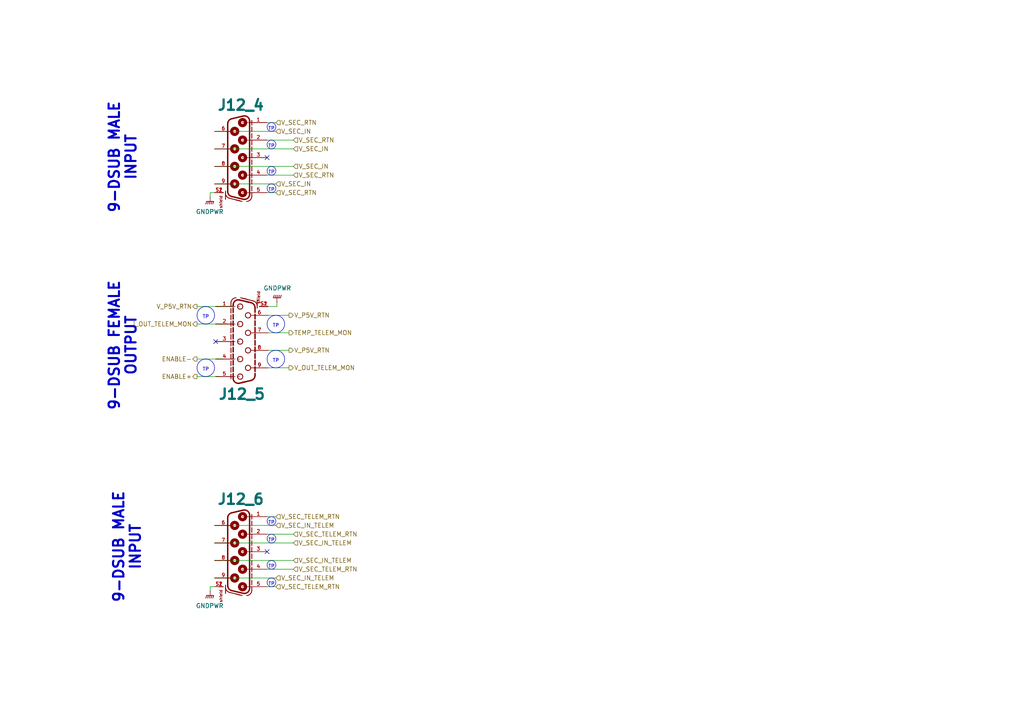
<source format=kicad_sch>
(kicad_sch
	(version 20250114)
	(generator "eeschema")
	(generator_version "9.0")
	(uuid "6c9f641b-89d7-40cb-b111-77fcec1ca744")
	(paper "A4")
	(lib_symbols
		(symbol "Wurth Elektronik:6180XX231121_618009231121"
			(pin_names
				(offset 1.016)
			)
			(exclude_from_sim no)
			(in_bom yes)
			(on_board yes)
			(property "Reference" "J"
				(at 13.78 1.66 0)
				(effects
					(font
						(size 1.27 1.27)
					)
					(justify left bottom)
				)
			)
			(property "Value" "618009231121"
				(at 0 0 0)
				(effects
					(font
						(size 1.27 1.27)
					)
					(justify bottom)
					(hide yes)
				)
			)
			(property "Footprint" "6180XX231121_618009231121:618009231121"
				(at 0 0 0)
				(effects
					(font
						(size 1.27 1.27)
					)
					(justify bottom)
					(hide yes)
				)
			)
			(property "Datasheet" ""
				(at 0 0 0)
				(effects
					(font
						(size 1.27 1.27)
					)
					(hide yes)
				)
			)
			(property "Description" ""
				(at 0 0 0)
				(effects
					(font
						(size 1.27 1.27)
					)
					(hide yes)
				)
			)
			(property "MF" "Würth Elektronik"
				(at 0 0 0)
				(effects
					(font
						(size 1.27 1.27)
					)
					(justify bottom)
					(hide yes)
				)
			)
			(property "Description_1" "\nSOCKET, D SUB, PCB, R/A, 9WAY; No. of Contacts:9Contacts; Gender:Receptacle; Contact Termination Type:Solder; D Sub Shell Size:DE; Product Range:WR-DSUB Series; Connector Body Material:Steel Body; Contact Material:Copper Alloy; Contact Plating:Gold Plated Contacts; SVHC:Lead (15-Jan-2019); Connector Mounting:Through Hole Mount Right Angle; Contact Termination:Solder; D Sub Connector Type:Standard; No. of Mating Cycles:50\n"
				(at 0 0 0)
				(effects
					(font
						(size 1.27 1.27)
					)
					(justify bottom)
					(hide yes)
				)
			)
			(property "Package" "None"
				(at 0 0 0)
				(effects
					(font
						(size 1.27 1.27)
					)
					(justify bottom)
					(hide yes)
				)
			)
			(property "Purchase-URL" "https://www.snapeda.com/api/url_track_click_mouser/?unipart_id=1118240&manufacturer=Würth Elektronik&part_name=618009231121&search_term=618009231121"
				(at 0 0 0)
				(effects
					(font
						(size 1.27 1.27)
					)
					(justify bottom)
					(hide yes)
				)
			)
			(property "GENDER" "Female"
				(at 0 0 0)
				(effects
					(font
						(size 1.27 1.27)
					)
					(justify bottom)
					(hide yes)
				)
			)
			(property "Price" "None"
				(at 0 0 0)
				(effects
					(font
						(size 1.27 1.27)
					)
					(justify bottom)
					(hide yes)
				)
			)
			(property "PART-NUMBER" "618009231121"
				(at 0 0 0)
				(effects
					(font
						(size 1.27 1.27)
					)
					(justify bottom)
					(hide yes)
				)
			)
			(property "SnapEDA_Link" "https://www.snapeda.com/parts/618009231121/Wurth+Elektronik/view-part/?ref=snap"
				(at 0 0 0)
				(effects
					(font
						(size 1.27 1.27)
					)
					(justify bottom)
					(hide yes)
				)
			)
			(property "DATASHEET-URL" "https://www.we-online.com/redexpert/spec/618009231121?ae"
				(at 0 0 0)
				(effects
					(font
						(size 1.27 1.27)
					)
					(justify bottom)
					(hide yes)
				)
			)
			(property "MP" "618009231121"
				(at 0 0 0)
				(effects
					(font
						(size 1.27 1.27)
					)
					(justify bottom)
					(hide yes)
				)
			)
			(property "WORKING-VOLTAGE" "125 V(AC)"
				(at 0 0 0)
				(effects
					(font
						(size 1.27 1.27)
					)
					(justify bottom)
					(hide yes)
				)
			)
			(property "PINS" "9"
				(at 0 0 0)
				(effects
					(font
						(size 1.27 1.27)
					)
					(justify bottom)
					(hide yes)
				)
			)
			(property "WE-NUMBER" "618009231121"
				(at 0 0 0)
				(effects
					(font
						(size 1.27 1.27)
					)
					(justify bottom)
					(hide yes)
				)
			)
			(property "TYPE" "Angled"
				(at 0 0 0)
				(effects
					(font
						(size 1.27 1.27)
					)
					(justify bottom)
					(hide yes)
				)
			)
			(property "Availability" "In Stock"
				(at 0 0 0)
				(effects
					(font
						(size 1.27 1.27)
					)
					(justify bottom)
					(hide yes)
				)
			)
			(property "Check_prices" "https://www.snapeda.com/parts/618009231121/Wurth+Elektronik/view-part/?ref=eda"
				(at 0 0 0)
				(effects
					(font
						(size 1.27 1.27)
					)
					(justify bottom)
					(hide yes)
				)
			)
			(symbol "6180XX231121_618009231121_0_0"
				(polyline
					(pts
						(xy -11.7108 -0.8009) (xy -12.0642 0.6952)
					)
					(stroke
						(width 0.4064)
						(type default)
					)
					(fill
						(type none)
					)
				)
				(polyline
					(pts
						(xy -11.2729 -2.6548) (xy -11.9182 0.0772)
					)
					(stroke
						(width 0.4064)
						(type default)
					)
					(fill
						(type none)
					)
				)
				(polyline
					(pts
						(xy -10.795 3.175) (xy -9.4305 3.175)
					)
					(stroke
						(width 0.254)
						(type default)
					)
					(fill
						(type none)
					)
				)
				(polyline
					(pts
						(xy -10.6044 2.54) (xy -9.3113 2.54)
					)
					(stroke
						(width 0.4064)
						(type default)
					)
					(fill
						(type none)
					)
				)
				(arc
					(start -12.0642 0.6952)
					(mid -11.7806 1.9708)
					(end -10.6044 2.54)
					(stroke
						(width 0.4064)
						(type default)
					)
					(fill
						(type none)
					)
				)
				(polyline
					(pts
						(xy -10.16 2.58) (xy -10.16 1.935)
					)
					(stroke
						(width 0.1524)
						(type default)
					)
					(fill
						(type none)
					)
				)
				(polyline
					(pts
						(xy -10.16 0.675) (xy -10.16 1.3)
					)
					(stroke
						(width 0.1524)
						(type default)
					)
					(fill
						(type none)
					)
				)
				(circle
					(center -10.16 0.508)
					(radius 0.762)
					(stroke
						(width 0.254)
						(type default)
					)
					(fill
						(type none)
					)
				)
				(arc
					(start -9.8131 -3.81)
					(mid -10.7439 -3.4862)
					(end -11.2729 -2.6548)
					(stroke
						(width 0.4064)
						(type default)
					)
					(fill
						(type none)
					)
				)
				(polyline
					(pts
						(xy -9.237 -3.81) (xy -9.8131 -3.81)
					)
					(stroke
						(width 0.4064)
						(type default)
					)
					(fill
						(type none)
					)
				)
				(polyline
					(pts
						(xy -8.89 3.175) (xy -7.5255 3.175)
					)
					(stroke
						(width 0.254)
						(type default)
					)
					(fill
						(type none)
					)
				)
				(polyline
					(pts
						(xy -8.6994 2.54) (xy -7.4063 2.54)
					)
					(stroke
						(width 0.4064)
						(type default)
					)
					(fill
						(type none)
					)
				)
				(circle
					(center -7.62 -1.778)
					(radius 0.762)
					(stroke
						(width 0.254)
						(type default)
					)
					(fill
						(type none)
					)
				)
				(polyline
					(pts
						(xy -7.332 -3.81) (xy -8.6596 -3.81)
					)
					(stroke
						(width 0.4064)
						(type default)
					)
					(fill
						(type none)
					)
				)
				(polyline
					(pts
						(xy -6.985 3.175) (xy -5.6205 3.175)
					)
					(stroke
						(width 0.254)
						(type default)
					)
					(fill
						(type none)
					)
				)
				(polyline
					(pts
						(xy -6.7944 2.54) (xy -5.5013 2.54)
					)
					(stroke
						(width 0.4064)
						(type default)
					)
					(fill
						(type none)
					)
				)
				(polyline
					(pts
						(xy -5.427 -3.81) (xy -6.7546 -3.81)
					)
					(stroke
						(width 0.4064)
						(type default)
					)
					(fill
						(type none)
					)
				)
				(polyline
					(pts
						(xy -5.08 3.175) (xy -3.7155 3.175)
					)
					(stroke
						(width 0.254)
						(type default)
					)
					(fill
						(type none)
					)
				)
				(polyline
					(pts
						(xy -5.08 2.58) (xy -5.08 1.935)
					)
					(stroke
						(width 0.1524)
						(type default)
					)
					(fill
						(type none)
					)
				)
				(polyline
					(pts
						(xy -5.08 0.675) (xy -5.08 1.3)
					)
					(stroke
						(width 0.1524)
						(type default)
					)
					(fill
						(type none)
					)
				)
				(circle
					(center -5.08 0.508)
					(radius 0.762)
					(stroke
						(width 0.254)
						(type default)
					)
					(fill
						(type none)
					)
				)
				(polyline
					(pts
						(xy -4.8894 2.54) (xy -3.5963 2.54)
					)
					(stroke
						(width 0.4064)
						(type default)
					)
					(fill
						(type none)
					)
				)
				(polyline
					(pts
						(xy -3.522 -3.81) (xy -4.8496 -3.81)
					)
					(stroke
						(width 0.4064)
						(type default)
					)
					(fill
						(type none)
					)
				)
				(polyline
					(pts
						(xy -3.175 3.175) (xy -1.8105 3.175)
					)
					(stroke
						(width 0.254)
						(type default)
					)
					(fill
						(type none)
					)
				)
				(polyline
					(pts
						(xy -2.9844 2.54) (xy -1.6913 2.54)
					)
					(stroke
						(width 0.4064)
						(type default)
					)
					(fill
						(type none)
					)
				)
				(circle
					(center -2.54 -1.778)
					(radius 0.762)
					(stroke
						(width 0.254)
						(type default)
					)
					(fill
						(type none)
					)
				)
				(polyline
					(pts
						(xy -1.617 -3.81) (xy -2.9446 -3.81)
					)
					(stroke
						(width 0.4064)
						(type default)
					)
					(fill
						(type none)
					)
				)
				(polyline
					(pts
						(xy -1.27 3.175) (xy 0.0945 3.175)
					)
					(stroke
						(width 0.254)
						(type default)
					)
					(fill
						(type none)
					)
				)
				(polyline
					(pts
						(xy -1.0794 2.54) (xy 0.2137 2.54)
					)
					(stroke
						(width 0.4064)
						(type default)
					)
					(fill
						(type none)
					)
				)
				(polyline
					(pts
						(xy 0 2.58) (xy 0 1.935)
					)
					(stroke
						(width 0.1524)
						(type default)
					)
					(fill
						(type none)
					)
				)
				(polyline
					(pts
						(xy 0 0.675) (xy 0 1.3)
					)
					(stroke
						(width 0.1524)
						(type default)
					)
					(fill
						(type none)
					)
				)
				(circle
					(center 0 0.508)
					(radius 0.762)
					(stroke
						(width 0.254)
						(type default)
					)
					(fill
						(type none)
					)
				)
				(polyline
					(pts
						(xy 0.288 -3.81) (xy -1.0396 -3.81)
					)
					(stroke
						(width 0.4064)
						(type default)
					)
					(fill
						(type none)
					)
				)
				(polyline
					(pts
						(xy 0.635 3.175) (xy 1.9996 3.175)
					)
					(stroke
						(width 0.254)
						(type default)
					)
					(fill
						(type none)
					)
				)
				(polyline
					(pts
						(xy 0.8256 2.54) (xy 2.1187 2.54)
					)
					(stroke
						(width 0.4064)
						(type default)
					)
					(fill
						(type none)
					)
				)
				(polyline
					(pts
						(xy 2.1931 -3.81) (xy 0.8654 -3.81)
					)
					(stroke
						(width 0.4064)
						(type default)
					)
					(fill
						(type none)
					)
				)
				(polyline
					(pts
						(xy 2.54 3.175) (xy 3.9046 3.175)
					)
					(stroke
						(width 0.254)
						(type default)
					)
					(fill
						(type none)
					)
				)
				(circle
					(center 2.54 -1.778)
					(radius 0.762)
					(stroke
						(width 0.254)
						(type default)
					)
					(fill
						(type none)
					)
				)
				(polyline
					(pts
						(xy 2.7306 2.54) (xy 4.0237 2.54)
					)
					(stroke
						(width 0.4064)
						(type default)
					)
					(fill
						(type none)
					)
				)
				(polyline
					(pts
						(xy 4.0981 -3.81) (xy 2.7704 -3.81)
					)
					(stroke
						(width 0.4064)
						(type default)
					)
					(fill
						(type none)
					)
				)
				(polyline
					(pts
						(xy 4.445 3.175) (xy 5.8096 3.175)
					)
					(stroke
						(width 0.254)
						(type default)
					)
					(fill
						(type none)
					)
				)
				(polyline
					(pts
						(xy 4.6356 2.54) (xy 5.9287 2.54)
					)
					(stroke
						(width 0.4064)
						(type default)
					)
					(fill
						(type none)
					)
				)
				(polyline
					(pts
						(xy 5.08 2.58) (xy 5.08 1.935)
					)
					(stroke
						(width 0.1524)
						(type default)
					)
					(fill
						(type none)
					)
				)
				(polyline
					(pts
						(xy 5.08 0.675) (xy 5.08 1.3)
					)
					(stroke
						(width 0.1524)
						(type default)
					)
					(fill
						(type none)
					)
				)
				(circle
					(center 5.08 0.508)
					(radius 0.762)
					(stroke
						(width 0.254)
						(type default)
					)
					(fill
						(type none)
					)
				)
				(polyline
					(pts
						(xy 6.0031 -3.81) (xy 4.6754 -3.81)
					)
					(stroke
						(width 0.4064)
						(type default)
					)
					(fill
						(type none)
					)
				)
				(polyline
					(pts
						(xy 6.35 3.175) (xy 7.7146 3.175)
					)
					(stroke
						(width 0.254)
						(type default)
					)
					(fill
						(type none)
					)
				)
				(polyline
					(pts
						(xy 6.5406 2.54) (xy 7.8337 2.54)
					)
					(stroke
						(width 0.4064)
						(type default)
					)
					(fill
						(type none)
					)
				)
				(circle
					(center 7.62 -1.778)
					(radius 0.762)
					(stroke
						(width 0.254)
						(type default)
					)
					(fill
						(type none)
					)
				)
				(polyline
					(pts
						(xy 7.9081 -3.81) (xy 6.5804 -3.81)
					)
					(stroke
						(width 0.4064)
						(type default)
					)
					(fill
						(type none)
					)
				)
				(polyline
					(pts
						(xy 8.255 3.175) (xy 9.6196 3.175)
					)
					(stroke
						(width 0.254)
						(type default)
					)
					(fill
						(type none)
					)
				)
				(polyline
					(pts
						(xy 8.4456 2.54) (xy 9.7387 2.54)
					)
					(stroke
						(width 0.4064)
						(type default)
					)
					(fill
						(type none)
					)
				)
				(arc
					(start 11.2729 -2.6548)
					(mid 10.7439 -3.4863)
					(end 9.8131 -3.81)
					(stroke
						(width 0.4064)
						(type default)
					)
					(fill
						(type none)
					)
				)
				(polyline
					(pts
						(xy 9.8131 -3.81) (xy 8.4854 -3.81)
					)
					(stroke
						(width 0.4064)
						(type default)
					)
					(fill
						(type none)
					)
				)
				(polyline
					(pts
						(xy 10.16 3.175) (xy 11.2 3.175)
					)
					(stroke
						(width 0.254)
						(type default)
					)
					(fill
						(type none)
					)
				)
				(polyline
					(pts
						(xy 10.16 2.58) (xy 10.16 1.935)
					)
					(stroke
						(width 0.1524)
						(type default)
					)
					(fill
						(type none)
					)
				)
				(polyline
					(pts
						(xy 10.16 0.675) (xy 10.16 1.3)
					)
					(stroke
						(width 0.1524)
						(type default)
					)
					(fill
						(type none)
					)
				)
				(circle
					(center 10.16 0.508)
					(radius 0.762)
					(stroke
						(width 0.254)
						(type default)
					)
					(fill
						(type none)
					)
				)
				(polyline
					(pts
						(xy 10.16 -4.445) (xy 10.16 -4.445)
					)
					(stroke
						(width 0.254)
						(type default)
					)
					(fill
						(type none)
					)
				)
				(polyline
					(pts
						(xy 10.16 -6.35) (xy 10.16 -5.08)
					)
					(stroke
						(width 0.254)
						(type default)
					)
					(fill
						(type none)
					)
				)
				(polyline
					(pts
						(xy 10.2 -4.44) (xy 9.6938 -4.44)
					)
					(stroke
						(width 0.254)
						(type default)
					)
					(fill
						(type none)
					)
				)
				(arc
					(start 11.7841 -3.3038)
					(mid 11.2519 -4.1219)
					(end 10.3288 -4.44)
					(stroke
						(width 0.254)
						(type default)
					)
					(fill
						(type none)
					)
				)
				(polyline
					(pts
						(xy 10.3506 2.54) (xy 10.6044 2.54)
					)
					(stroke
						(width 0.4064)
						(type default)
					)
					(fill
						(type none)
					)
				)
				(arc
					(start 10.6044 2.54)
					(mid 11.7804 1.9707)
					(end 12.0642 0.6952)
					(stroke
						(width 0.4064)
						(type default)
					)
					(fill
						(type none)
					)
				)
				(arc
					(start 11.2 3.175)
					(mid 12.2607 2.7357)
					(end 12.7 1.675)
					(stroke
						(width 0.254)
						(type default)
					)
					(fill
						(type none)
					)
				)
				(polyline
					(pts
						(xy 11.6263 -1.1588) (xy 11.2729 -2.6548)
					)
					(stroke
						(width 0.4064)
						(type default)
					)
					(fill
						(type none)
					)
				)
				(polyline
					(pts
						(xy 11.7841 -3.3038) (xy 12.546 -0.256)
					)
					(stroke
						(width 0.254)
						(type default)
					)
					(fill
						(type none)
					)
				)
				(polyline
					(pts
						(xy 12.0642 0.6952) (xy 11.4189 -2.0369)
					)
					(stroke
						(width 0.4064)
						(type default)
					)
					(fill
						(type none)
					)
				)
				(polyline
					(pts
						(xy 12.105 -4.44) (xy 10.3288 -4.44)
					)
					(stroke
						(width 0.254)
						(type default)
					)
					(fill
						(type none)
					)
				)
				(polyline
					(pts
						(xy 12.2461 -1.4557) (xy 12.7 0.36)
					)
					(stroke
						(width 0.254)
						(type default)
					)
					(fill
						(type none)
					)
				)
				(text "shield"
					(at 10.9 -5.32 0)
					(effects
						(font
							(size 0.8128 0.8128)
						)
						(justify left bottom)
					)
				)
				(pin bidirectional line
					(at -10.16 7.62 270)
					(length 5.08)
					(name "~"
						(effects
							(font
								(size 1.016 1.016)
							)
						)
					)
					(number "5"
						(effects
							(font
								(size 1.016 1.016)
							)
						)
					)
				)
				(pin bidirectional line
					(at -7.62 -7.62 90)
					(length 5.08)
					(name "~"
						(effects
							(font
								(size 1.016 1.016)
							)
						)
					)
					(number "9"
						(effects
							(font
								(size 1.016 1.016)
							)
						)
					)
				)
				(pin bidirectional line
					(at -5.08 7.62 270)
					(length 5.08)
					(name "~"
						(effects
							(font
								(size 1.016 1.016)
							)
						)
					)
					(number "4"
						(effects
							(font
								(size 1.016 1.016)
							)
						)
					)
				)
				(pin bidirectional line
					(at -2.54 -7.62 90)
					(length 5.08)
					(name "~"
						(effects
							(font
								(size 1.016 1.016)
							)
						)
					)
					(number "8"
						(effects
							(font
								(size 1.016 1.016)
							)
						)
					)
				)
				(pin bidirectional line
					(at 0 7.62 270)
					(length 5.08)
					(name "~"
						(effects
							(font
								(size 1.016 1.016)
							)
						)
					)
					(number "3"
						(effects
							(font
								(size 1.016 1.016)
							)
						)
					)
				)
				(pin bidirectional line
					(at 2.54 -7.62 90)
					(length 5.08)
					(name "~"
						(effects
							(font
								(size 1.016 1.016)
							)
						)
					)
					(number "7"
						(effects
							(font
								(size 1.016 1.016)
							)
						)
					)
				)
				(pin bidirectional line
					(at 5.08 7.62 270)
					(length 5.08)
					(name "~"
						(effects
							(font
								(size 1.016 1.016)
							)
						)
					)
					(number "2"
						(effects
							(font
								(size 1.016 1.016)
							)
						)
					)
				)
				(pin bidirectional line
					(at 7.62 -7.62 90)
					(length 5.08)
					(name "~"
						(effects
							(font
								(size 1.016 1.016)
							)
						)
					)
					(number "6"
						(effects
							(font
								(size 1.016 1.016)
							)
						)
					)
				)
				(pin bidirectional line
					(at 10.16 7.62 270)
					(length 5.08)
					(name "~"
						(effects
							(font
								(size 1.016 1.016)
							)
						)
					)
					(number "1"
						(effects
							(font
								(size 1.016 1.016)
							)
						)
					)
				)
				(pin bidirectional line
					(at 10.16 -7.62 90)
					(length 2.54)
					(name "~"
						(effects
							(font
								(size 1.016 1.016)
							)
						)
					)
					(number "S1"
						(effects
							(font
								(size 1.016 1.016)
							)
						)
					)
				)
				(pin bidirectional line
					(at 10.16 -7.62 90)
					(length 2.54)
					(name "~"
						(effects
							(font
								(size 1.016 1.016)
							)
						)
					)
					(number "S2"
						(effects
							(font
								(size 1.016 1.016)
							)
						)
					)
				)
			)
			(embedded_fonts no)
		)
		(symbol "Wurth_Elektronik:6180XX231221_618009231221"
			(pin_names
				(offset 1.016)
			)
			(exclude_from_sim no)
			(in_bom yes)
			(on_board yes)
			(property "Reference" "J"
				(at 13.78 1.66 0)
				(effects
					(font
						(size 1.27 1.27)
					)
					(justify left bottom)
				)
			)
			(property "Value" "618009231221"
				(at 0 0 0)
				(effects
					(font
						(size 1.27 1.27)
					)
					(justify bottom)
					(hide yes)
				)
			)
			(property "Footprint" "Wurth_Elektronik:618009231221"
				(at 0 0 0)
				(effects
					(font
						(size 1.27 1.27)
					)
					(justify bottom)
					(hide yes)
				)
			)
			(property "Datasheet" "https://www.we-online.com/components/products/datasheet/618009231221.pdf"
				(at 0 0 0)
				(effects
					(font
						(size 1.27 1.27)
					)
					(hide yes)
				)
			)
			(property "Description" "CONN D-SUB PLUG 9POS R/A SOLDER"
				(at 0 0 0)
				(effects
					(font
						(size 1.27 1.27)
					)
					(hide yes)
				)
			)
			(property "Manufacturer" "Wurth Electronics"
				(at 0 0 0)
				(effects
					(font
						(size 1.27 1.27)
					)
					(justify bottom)
					(hide yes)
				)
			)
			(property "Description_1" "09 pins, right angled, 8.08mm, with hex screw"
				(at 0 0 0)
				(effects
					(font
						(size 1.27 1.27)
					)
					(justify bottom)
					(hide yes)
				)
			)
			(property "Package" "None"
				(at 0 0 0)
				(effects
					(font
						(size 1.27 1.27)
					)
					(justify bottom)
					(hide yes)
				)
			)
			(property "Purchase-URL" "https://www.snapeda.com/api/url_track_click_mouser/?unipart_id=604355&manufacturer=Wurth Electronics&part_name=618009231221&search_term=618009231221"
				(at 0 0 0)
				(effects
					(font
						(size 1.27 1.27)
					)
					(justify bottom)
					(hide yes)
				)
			)
			(property "GENDER" "Male"
				(at 0 0 0)
				(effects
					(font
						(size 1.27 1.27)
					)
					(justify bottom)
					(hide yes)
				)
			)
			(property "Price" "None"
				(at 0 0 0)
				(effects
					(font
						(size 1.27 1.27)
					)
					(justify bottom)
					(hide yes)
				)
			)
			(property "PART-NUMBER" "618009231221"
				(at 0 0 0)
				(effects
					(font
						(size 1.27 1.27)
					)
					(justify bottom)
					(hide yes)
				)
			)
			(property "SnapEDA_Link" "https://www.snapeda.com/parts/618009231221/Wurth+Electronics/view-part/?ref=snap"
				(at 0 0 0)
				(effects
					(font
						(size 1.27 1.27)
					)
					(justify bottom)
					(hide yes)
				)
			)
			(property "DATASHEET-URL" "https://www.we-online.com/redexpert/spec/618009231221?ae"
				(at 0 0 0)
				(effects
					(font
						(size 1.27 1.27)
					)
					(justify bottom)
					(hide yes)
				)
			)
			(property "Man. Part Num" "618009231221"
				(at 0 0 0)
				(effects
					(font
						(size 1.27 1.27)
					)
					(justify bottom)
					(hide yes)
				)
			)
			(property "WORKING-VOLTAGE" "125 V(AC)"
				(at 0 0 0)
				(effects
					(font
						(size 1.27 1.27)
					)
					(justify bottom)
					(hide yes)
				)
			)
			(property "PINS" "9"
				(at 0 0 0)
				(effects
					(font
						(size 1.27 1.27)
					)
					(justify bottom)
					(hide yes)
				)
			)
			(property "WE-NUMBER" "618009231221"
				(at 0 0 0)
				(effects
					(font
						(size 1.27 1.27)
					)
					(justify bottom)
					(hide yes)
				)
			)
			(property "TYPE" "Angled"
				(at 0 0 0)
				(effects
					(font
						(size 1.27 1.27)
					)
					(justify bottom)
					(hide yes)
				)
			)
			(property "Availability" "In Stock"
				(at 0 0 0)
				(effects
					(font
						(size 1.27 1.27)
					)
					(justify bottom)
					(hide yes)
				)
			)
			(property "Check_prices" "https://www.snapeda.com/parts/618009231221/Wurth+Electronics/view-part/?ref=eda"
				(at 0 0 0)
				(effects
					(font
						(size 1.27 1.27)
					)
					(justify bottom)
					(hide yes)
				)
			)
			(property "Distributor" "Digi-Key"
				(at 0 0 0)
				(effects
					(font
						(size 1.27 1.27)
					)
					(hide yes)
				)
			)
			(property "Dist. Part Num" "732-618009231221-ND"
				(at 0 0 0)
				(effects
					(font
						(size 1.27 1.27)
					)
					(hide yes)
				)
			)
			(property "Part Type" "Through Hole"
				(at 0 0 0)
				(effects
					(font
						(size 1.27 1.27)
					)
					(hide yes)
				)
			)
			(property "Notes" ""
				(at 0 0 0)
				(effects
					(font
						(size 1.27 1.27)
					)
					(hide yes)
				)
			)
			(symbol "6180XX231221_618009231221_0_0"
				(polyline
					(pts
						(xy -11.2729 -2.6548) (xy -12.0642 0.6952)
					)
					(stroke
						(width 0.4064)
						(type default)
					)
					(fill
						(type none)
					)
				)
				(polyline
					(pts
						(xy -10.795 3.175) (xy -9.4305 3.175)
					)
					(stroke
						(width 0.254)
						(type default)
					)
					(fill
						(type none)
					)
				)
				(polyline
					(pts
						(xy -10.6044 2.54) (xy 10.6044 2.54)
					)
					(stroke
						(width 0.4064)
						(type default)
					)
					(fill
						(type none)
					)
				)
				(arc
					(start -12.0642 0.6952)
					(mid -11.7806 1.9708)
					(end -10.6044 2.54)
					(stroke
						(width 0.4064)
						(type default)
					)
					(fill
						(type none)
					)
				)
				(polyline
					(pts
						(xy -10.16 2.58) (xy -10.16 0.4)
					)
					(stroke
						(width 0.1524)
						(type default)
					)
					(fill
						(type none)
					)
				)
				(circle
					(center -10.16 0.508)
					(radius 0.4318)
					(stroke
						(width 0.9144)
						(type default)
					)
					(fill
						(type none)
					)
				)
				(circle
					(center -10.16 0.508)
					(radius 0.762)
					(stroke
						(width 0.254)
						(type default)
					)
					(fill
						(type none)
					)
				)
				(arc
					(start -9.8131 -3.81)
					(mid -10.7439 -3.4862)
					(end -11.2729 -2.6548)
					(stroke
						(width 0.4064)
						(type default)
					)
					(fill
						(type none)
					)
				)
				(polyline
					(pts
						(xy -8.89 3.175) (xy -7.5255 3.175)
					)
					(stroke
						(width 0.254)
						(type default)
					)
					(fill
						(type none)
					)
				)
				(circle
					(center -7.62 -1.778)
					(radius 0.4318)
					(stroke
						(width 0.9144)
						(type default)
					)
					(fill
						(type none)
					)
				)
				(circle
					(center -7.62 -1.778)
					(radius 0.762)
					(stroke
						(width 0.254)
						(type default)
					)
					(fill
						(type none)
					)
				)
				(polyline
					(pts
						(xy -6.985 3.175) (xy -5.6205 3.175)
					)
					(stroke
						(width 0.254)
						(type default)
					)
					(fill
						(type none)
					)
				)
				(polyline
					(pts
						(xy -5.08 3.175) (xy -3.7155 3.175)
					)
					(stroke
						(width 0.254)
						(type default)
					)
					(fill
						(type none)
					)
				)
				(polyline
					(pts
						(xy -5.08 2.58) (xy -5.08 0.4)
					)
					(stroke
						(width 0.1524)
						(type default)
					)
					(fill
						(type none)
					)
				)
				(circle
					(center -5.08 0.508)
					(radius 0.4318)
					(stroke
						(width 0.9144)
						(type default)
					)
					(fill
						(type none)
					)
				)
				(circle
					(center -5.08 0.508)
					(radius 0.762)
					(stroke
						(width 0.254)
						(type default)
					)
					(fill
						(type none)
					)
				)
				(polyline
					(pts
						(xy -3.175 3.175) (xy -1.8105 3.175)
					)
					(stroke
						(width 0.254)
						(type default)
					)
					(fill
						(type none)
					)
				)
				(circle
					(center -2.54 -1.778)
					(radius 0.4318)
					(stroke
						(width 0.9144)
						(type default)
					)
					(fill
						(type none)
					)
				)
				(circle
					(center -2.54 -1.778)
					(radius 0.762)
					(stroke
						(width 0.254)
						(type default)
					)
					(fill
						(type none)
					)
				)
				(polyline
					(pts
						(xy -1.27 3.175) (xy 0.0945 3.175)
					)
					(stroke
						(width 0.254)
						(type default)
					)
					(fill
						(type none)
					)
				)
				(polyline
					(pts
						(xy 0 2.58) (xy 0 0.4)
					)
					(stroke
						(width 0.1524)
						(type default)
					)
					(fill
						(type none)
					)
				)
				(circle
					(center 0 0.508)
					(radius 0.4318)
					(stroke
						(width 0.9144)
						(type default)
					)
					(fill
						(type none)
					)
				)
				(circle
					(center 0 0.508)
					(radius 0.762)
					(stroke
						(width 0.254)
						(type default)
					)
					(fill
						(type none)
					)
				)
				(polyline
					(pts
						(xy 0.635 3.175) (xy 1.9996 3.175)
					)
					(stroke
						(width 0.254)
						(type default)
					)
					(fill
						(type none)
					)
				)
				(polyline
					(pts
						(xy 2.54 3.175) (xy 3.9046 3.175)
					)
					(stroke
						(width 0.254)
						(type default)
					)
					(fill
						(type none)
					)
				)
				(circle
					(center 2.54 -1.778)
					(radius 0.4318)
					(stroke
						(width 0.9144)
						(type default)
					)
					(fill
						(type none)
					)
				)
				(circle
					(center 2.54 -1.778)
					(radius 0.762)
					(stroke
						(width 0.254)
						(type default)
					)
					(fill
						(type none)
					)
				)
				(polyline
					(pts
						(xy 4.445 3.175) (xy 5.8096 3.175)
					)
					(stroke
						(width 0.254)
						(type default)
					)
					(fill
						(type none)
					)
				)
				(polyline
					(pts
						(xy 5.08 2.58) (xy 5.08 0.4)
					)
					(stroke
						(width 0.1524)
						(type default)
					)
					(fill
						(type none)
					)
				)
				(circle
					(center 5.08 0.508)
					(radius 0.4318)
					(stroke
						(width 0.9144)
						(type default)
					)
					(fill
						(type none)
					)
				)
				(circle
					(center 5.08 0.508)
					(radius 0.762)
					(stroke
						(width 0.254)
						(type default)
					)
					(fill
						(type none)
					)
				)
				(polyline
					(pts
						(xy 6.35 3.175) (xy 7.7146 3.175)
					)
					(stroke
						(width 0.254)
						(type default)
					)
					(fill
						(type none)
					)
				)
				(circle
					(center 7.62 -1.778)
					(radius 0.4318)
					(stroke
						(width 0.9144)
						(type default)
					)
					(fill
						(type none)
					)
				)
				(circle
					(center 7.62 -1.778)
					(radius 0.762)
					(stroke
						(width 0.254)
						(type default)
					)
					(fill
						(type none)
					)
				)
				(polyline
					(pts
						(xy 8.255 3.175) (xy 9.6196 3.175)
					)
					(stroke
						(width 0.254)
						(type default)
					)
					(fill
						(type none)
					)
				)
				(arc
					(start 11.2729 -2.6548)
					(mid 10.7439 -3.4863)
					(end 9.8131 -3.81)
					(stroke
						(width 0.4064)
						(type default)
					)
					(fill
						(type none)
					)
				)
				(polyline
					(pts
						(xy 9.8131 -3.81) (xy -9.8131 -3.81)
					)
					(stroke
						(width 0.4064)
						(type default)
					)
					(fill
						(type none)
					)
				)
				(polyline
					(pts
						(xy 10.16 3.175) (xy 11.2 3.175)
					)
					(stroke
						(width 0.254)
						(type default)
					)
					(fill
						(type none)
					)
				)
				(polyline
					(pts
						(xy 10.16 2.58) (xy 10.16 0.4)
					)
					(stroke
						(width 0.1524)
						(type default)
					)
					(fill
						(type none)
					)
				)
				(circle
					(center 10.16 0.508)
					(radius 0.4318)
					(stroke
						(width 0.9144)
						(type default)
					)
					(fill
						(type none)
					)
				)
				(circle
					(center 10.16 0.508)
					(radius 0.762)
					(stroke
						(width 0.254)
						(type default)
					)
					(fill
						(type none)
					)
				)
				(polyline
					(pts
						(xy 10.16 -4.445) (xy 10.16 -4.445)
					)
					(stroke
						(width 0.254)
						(type default)
					)
					(fill
						(type none)
					)
				)
				(polyline
					(pts
						(xy 10.16 -6.35) (xy 10.16 -5.08)
					)
					(stroke
						(width 0.254)
						(type default)
					)
					(fill
						(type none)
					)
				)
				(polyline
					(pts
						(xy 10.2 -4.44) (xy 9.6938 -4.44)
					)
					(stroke
						(width 0.254)
						(type default)
					)
					(fill
						(type none)
					)
				)
				(arc
					(start 11.7841 -3.3038)
					(mid 11.2519 -4.1219)
					(end 10.3288 -4.44)
					(stroke
						(width 0.254)
						(type default)
					)
					(fill
						(type none)
					)
				)
				(arc
					(start 10.6044 2.54)
					(mid 11.7804 1.9707)
					(end 12.0642 0.6952)
					(stroke
						(width 0.4064)
						(type default)
					)
					(fill
						(type none)
					)
				)
				(arc
					(start 11.2 3.175)
					(mid 12.2607 2.7357)
					(end 12.7 1.675)
					(stroke
						(width 0.254)
						(type default)
					)
					(fill
						(type none)
					)
				)
				(polyline
					(pts
						(xy 11.7841 -3.3038) (xy 12.546 -0.256)
					)
					(stroke
						(width 0.254)
						(type default)
					)
					(fill
						(type none)
					)
				)
				(polyline
					(pts
						(xy 12.0642 0.6952) (xy 11.2729 -2.6548)
					)
					(stroke
						(width 0.4064)
						(type default)
					)
					(fill
						(type none)
					)
				)
				(polyline
					(pts
						(xy 12.105 -4.44) (xy 10.3288 -4.44)
					)
					(stroke
						(width 0.254)
						(type default)
					)
					(fill
						(type none)
					)
				)
				(polyline
					(pts
						(xy 12.2461 -1.4557) (xy 12.7 0.36)
					)
					(stroke
						(width 0.254)
						(type default)
					)
					(fill
						(type none)
					)
				)
				(text "shield"
					(at 10.9 -5.32 0)
					(effects
						(font
							(size 0.8128 0.8128)
						)
						(justify left bottom)
					)
				)
				(pin bidirectional line
					(at -10.16 7.62 270)
					(length 5.08)
					(name "~"
						(effects
							(font
								(size 1.016 1.016)
							)
						)
					)
					(number "1"
						(effects
							(font
								(size 1.016 1.016)
							)
						)
					)
				)
				(pin bidirectional line
					(at -7.62 -7.62 90)
					(length 5.08)
					(name "~"
						(effects
							(font
								(size 1.016 1.016)
							)
						)
					)
					(number "6"
						(effects
							(font
								(size 1.016 1.016)
							)
						)
					)
				)
				(pin bidirectional line
					(at -5.08 7.62 270)
					(length 5.08)
					(name "~"
						(effects
							(font
								(size 1.016 1.016)
							)
						)
					)
					(number "2"
						(effects
							(font
								(size 1.016 1.016)
							)
						)
					)
				)
				(pin bidirectional line
					(at -2.54 -7.62 90)
					(length 5.08)
					(name "~"
						(effects
							(font
								(size 1.016 1.016)
							)
						)
					)
					(number "7"
						(effects
							(font
								(size 1.016 1.016)
							)
						)
					)
				)
				(pin bidirectional line
					(at 0 7.62 270)
					(length 5.08)
					(name "~"
						(effects
							(font
								(size 1.016 1.016)
							)
						)
					)
					(number "3"
						(effects
							(font
								(size 1.016 1.016)
							)
						)
					)
				)
				(pin bidirectional line
					(at 2.54 -7.62 90)
					(length 5.08)
					(name "~"
						(effects
							(font
								(size 1.016 1.016)
							)
						)
					)
					(number "8"
						(effects
							(font
								(size 1.016 1.016)
							)
						)
					)
				)
				(pin bidirectional line
					(at 5.08 7.62 270)
					(length 5.08)
					(name "~"
						(effects
							(font
								(size 1.016 1.016)
							)
						)
					)
					(number "4"
						(effects
							(font
								(size 1.016 1.016)
							)
						)
					)
				)
				(pin bidirectional line
					(at 7.62 -7.62 90)
					(length 5.08)
					(name "~"
						(effects
							(font
								(size 1.016 1.016)
							)
						)
					)
					(number "9"
						(effects
							(font
								(size 1.016 1.016)
							)
						)
					)
				)
				(pin bidirectional line
					(at 10.16 7.62 270)
					(length 5.08)
					(name "~"
						(effects
							(font
								(size 1.016 1.016)
							)
						)
					)
					(number "5"
						(effects
							(font
								(size 1.016 1.016)
							)
						)
					)
				)
				(pin bidirectional line
					(at 10.16 -7.62 90)
					(length 2.54)
					(name "~"
						(effects
							(font
								(size 1.016 1.016)
							)
						)
					)
					(number "S1"
						(effects
							(font
								(size 1.016 1.016)
							)
						)
					)
				)
				(pin bidirectional line
					(at 10.16 -7.62 90)
					(length 2.54)
					(name "~"
						(effects
							(font
								(size 1.016 1.016)
							)
						)
					)
					(number "S2"
						(effects
							(font
								(size 1.016 1.016)
							)
						)
					)
				)
			)
			(embedded_fonts no)
		)
		(symbol "power:GNDPWR"
			(power)
			(pin_numbers
				(hide yes)
			)
			(pin_names
				(offset 0)
				(hide yes)
			)
			(exclude_from_sim no)
			(in_bom yes)
			(on_board yes)
			(property "Reference" "#PWR"
				(at 0 -5.08 0)
				(effects
					(font
						(size 1.27 1.27)
					)
					(hide yes)
				)
			)
			(property "Value" "GNDPWR"
				(at 0 -3.302 0)
				(effects
					(font
						(size 1.27 1.27)
					)
				)
			)
			(property "Footprint" ""
				(at 0 -1.27 0)
				(effects
					(font
						(size 1.27 1.27)
					)
					(hide yes)
				)
			)
			(property "Datasheet" ""
				(at 0 -1.27 0)
				(effects
					(font
						(size 1.27 1.27)
					)
					(hide yes)
				)
			)
			(property "Description" "Power symbol creates a global label with name \"GNDPWR\" , global ground"
				(at 0 0 0)
				(effects
					(font
						(size 1.27 1.27)
					)
					(hide yes)
				)
			)
			(property "ki_keywords" "global ground"
				(at 0 0 0)
				(effects
					(font
						(size 1.27 1.27)
					)
					(hide yes)
				)
			)
			(symbol "GNDPWR_0_1"
				(polyline
					(pts
						(xy -1.016 -1.27) (xy -1.27 -2.032) (xy -1.27 -2.032)
					)
					(stroke
						(width 0.2032)
						(type default)
					)
					(fill
						(type none)
					)
				)
				(polyline
					(pts
						(xy -0.508 -1.27) (xy -0.762 -2.032) (xy -0.762 -2.032)
					)
					(stroke
						(width 0.2032)
						(type default)
					)
					(fill
						(type none)
					)
				)
				(polyline
					(pts
						(xy 0 -1.27) (xy 0 0)
					)
					(stroke
						(width 0)
						(type default)
					)
					(fill
						(type none)
					)
				)
				(polyline
					(pts
						(xy 0 -1.27) (xy -0.254 -2.032) (xy -0.254 -2.032)
					)
					(stroke
						(width 0.2032)
						(type default)
					)
					(fill
						(type none)
					)
				)
				(polyline
					(pts
						(xy 0.508 -1.27) (xy 0.254 -2.032) (xy 0.254 -2.032)
					)
					(stroke
						(width 0.2032)
						(type default)
					)
					(fill
						(type none)
					)
				)
				(polyline
					(pts
						(xy 1.016 -1.27) (xy -1.016 -1.27) (xy -1.016 -1.27)
					)
					(stroke
						(width 0.2032)
						(type default)
					)
					(fill
						(type none)
					)
				)
				(polyline
					(pts
						(xy 1.016 -1.27) (xy 0.762 -2.032) (xy 0.762 -2.032) (xy 0.762 -2.032)
					)
					(stroke
						(width 0.2032)
						(type default)
					)
					(fill
						(type none)
					)
				)
			)
			(symbol "GNDPWR_1_1"
				(pin power_in line
					(at 0 0 270)
					(length 0)
					(name "~"
						(effects
							(font
								(size 1.27 1.27)
							)
						)
					)
					(number "1"
						(effects
							(font
								(size 1.27 1.27)
							)
						)
					)
				)
			)
			(embedded_fonts no)
		)
	)
	(circle
		(center 78.74 156.21)
		(radius 1.27)
		(stroke
			(width 0)
			(type default)
		)
		(fill
			(type none)
		)
		(uuid 0665b553-43b4-477d-871a-845f75cc544e)
	)
	(circle
		(center 78.74 54.61)
		(radius 1.27)
		(stroke
			(width 0)
			(type default)
		)
		(fill
			(type none)
		)
		(uuid 111afecf-00e9-4bd4-876c-e62bd7dc6286)
	)
	(circle
		(center 80.01 104.14)
		(radius 2.54)
		(stroke
			(width 0)
			(type default)
		)
		(fill
			(type none)
		)
		(uuid 3be2045c-47c2-45fc-aa0c-ebe13ec0ed91)
	)
	(circle
		(center 59.69 91.44)
		(radius 2.54)
		(stroke
			(width 0)
			(type default)
		)
		(fill
			(type none)
		)
		(uuid 5ee451f4-9123-4a30-8f69-c37504fff750)
	)
	(circle
		(center 78.74 168.91)
		(radius 1.27)
		(stroke
			(width 0)
			(type default)
		)
		(fill
			(type none)
		)
		(uuid 6952023f-fecd-427c-803c-95d90cbe04a7)
	)
	(circle
		(center 59.69 106.68)
		(radius 2.54)
		(stroke
			(width 0)
			(type default)
		)
		(fill
			(type none)
		)
		(uuid 6e11e36e-99ae-49be-84e3-e06da7c5f8bb)
	)
	(circle
		(center 78.74 151.13)
		(radius 1.27)
		(stroke
			(width 0)
			(type default)
		)
		(fill
			(type none)
		)
		(uuid 8671eee0-0a02-438d-9681-b038a1d67382)
	)
	(circle
		(center 78.74 41.91)
		(radius 1.27)
		(stroke
			(width 0)
			(type default)
		)
		(fill
			(type none)
		)
		(uuid 8d7878ac-acd8-43b3-a27b-8c35022853ea)
	)
	(circle
		(center 80.01 93.98)
		(radius 2.54)
		(stroke
			(width 0)
			(type default)
		)
		(fill
			(type none)
		)
		(uuid 900d17c3-dbae-40df-b54c-c424720cf1d6)
	)
	(circle
		(center 78.74 36.83)
		(radius 1.27)
		(stroke
			(width 0)
			(type default)
		)
		(fill
			(type none)
		)
		(uuid 9933c545-2f82-409b-8245-2aca41255218)
	)
	(circle
		(center 78.74 163.83)
		(radius 1.27)
		(stroke
			(width 0)
			(type default)
		)
		(fill
			(type none)
		)
		(uuid a3dbca2f-e8bc-4736-be39-5379ce924c8d)
	)
	(circle
		(center 78.74 49.53)
		(radius 1.27)
		(stroke
			(width 0)
			(type default)
		)
		(fill
			(type none)
		)
		(uuid e117f87e-0b47-46ac-b124-9969cb0c8b67)
	)
	(text "9-DSUB MALE\nINPUT"
		(exclude_from_sim no)
		(at 36.83 158.75 90)
		(effects
			(font
				(size 3 3)
				(thickness 0.6)
				(bold yes)
			)
		)
		(uuid "02ffc630-4baf-403a-b935-62bfac5f6cc3")
	)
	(text "9-DSUB FEMALE\nOUTPUT"
		(exclude_from_sim no)
		(at 35.56 100.33 90)
		(effects
			(font
				(size 3 3)
				(thickness 0.6)
				(bold yes)
			)
		)
		(uuid "06d37af7-a23e-46b6-85ed-2c3538df6fb2")
	)
	(text "9-DSUB MALE\nINPUT"
		(exclude_from_sim no)
		(at 35.56 45.72 90)
		(effects
			(font
				(size 3 3)
				(thickness 0.6)
				(bold yes)
			)
		)
		(uuid "0ee30713-976c-48dd-9e58-c709cc6e76af")
	)
	(text "TP"
		(exclude_from_sim no)
		(at 78.74 49.53 0)
		(effects
			(font
				(size 1 1)
			)
			(justify top)
		)
		(uuid "1a8ad59c-26dd-44c9-a6da-c21719317550")
	)
	(text "TP"
		(exclude_from_sim no)
		(at 78.74 54.61 0)
		(effects
			(font
				(size 1 1)
			)
			(justify top)
		)
		(uuid "4b464b91-5ff7-47eb-9942-66c1f1a65a91")
	)
	(text "TP"
		(exclude_from_sim no)
		(at 59.69 91.44 0)
		(effects
			(font
				(size 1 1)
			)
			(justify top)
		)
		(uuid "4b7ffa7b-0138-4f82-b4aa-0f75f1b4ace7")
	)
	(text "TP"
		(exclude_from_sim no)
		(at 59.69 106.68 0)
		(effects
			(font
				(size 1 1)
			)
			(justify top)
		)
		(uuid "569d76b1-944a-4f78-85dc-ea775436fda9")
	)
	(text "TP"
		(exclude_from_sim no)
		(at 78.74 156.21 0)
		(effects
			(font
				(size 1 1)
			)
			(justify top)
		)
		(uuid "5a93b8ba-9c82-44d5-88ec-fb85e25e2b39")
	)
	(text "TP"
		(exclude_from_sim no)
		(at 78.74 168.91 0)
		(effects
			(font
				(size 1 1)
			)
			(justify top)
		)
		(uuid "757702e4-794d-476c-aafe-d8487d1d3f6a")
	)
	(text "TP"
		(exclude_from_sim no)
		(at 78.74 163.83 0)
		(effects
			(font
				(size 1 1)
			)
			(justify top)
		)
		(uuid "89053eb0-bcc6-4c52-ae3c-5f9d990e2088")
	)
	(text "TP"
		(exclude_from_sim no)
		(at 80.01 104.14 0)
		(effects
			(font
				(size 1 1)
			)
			(justify top)
		)
		(uuid "987579b7-a70d-4588-8c70-a4c1739ae709")
	)
	(text "TP"
		(exclude_from_sim no)
		(at 78.74 36.83 0)
		(effects
			(font
				(size 1 1)
			)
			(justify top)
		)
		(uuid "a6165720-7c09-4fb0-8d7e-cb96bc11844a")
	)
	(text "TP"
		(exclude_from_sim no)
		(at 78.74 151.13 0)
		(effects
			(font
				(size 1 1)
			)
			(justify top)
		)
		(uuid "c0e073f0-1658-468c-adf0-591d02e096f8")
	)
	(text "TP"
		(exclude_from_sim no)
		(at 80.01 93.98 0)
		(effects
			(font
				(size 1 1)
			)
			(justify top)
		)
		(uuid "cf202f81-7266-4be9-925b-39a96d22b712")
	)
	(text "TP"
		(exclude_from_sim no)
		(at 78.74 41.91 0)
		(effects
			(font
				(size 1 1)
			)
			(justify top)
		)
		(uuid "f2f4ca58-a179-45b4-8e98-f1a26dd2dfa3")
	)
	(no_connect
		(at 62.54 99.07)
		(uuid "32e8d537-ceab-44da-aacf-e59946700ba9")
	)
	(no_connect
		(at 77.47 45.72)
		(uuid "897708ee-b767-469a-ab48-e88628c0dde5")
	)
	(no_connect
		(at 77.47 160.02)
		(uuid "f4058fb4-0d23-4a19-9df2-3ee4672a460e")
	)
	(wire
		(pts
			(xy 85.09 154.94) (xy 77.47 154.94)
		)
		(stroke
			(width 0)
			(type default)
		)
		(uuid "067b89b2-335d-411a-8980-4ed2fbfffd68")
	)
	(wire
		(pts
			(xy 63.5 109.23) (xy 62.54 109.23)
		)
		(stroke
			(width 0)
			(type default)
		)
		(uuid "07077ca2-0a7e-45f0-befc-20ed170377dd")
	)
	(wire
		(pts
			(xy 80.01 101.61) (xy 77.78 101.61)
		)
		(stroke
			(width 0)
			(type default)
		)
		(uuid "0cae3390-5a5d-4ba7-8fe6-28a419f6f2fb")
	)
	(wire
		(pts
			(xy 82.55 91.45) (xy 77.78 91.45)
		)
		(stroke
			(width 0)
			(type default)
		)
		(uuid "1cc508cb-3b42-4758-8ebb-fbff2bb4e868")
	)
	(wire
		(pts
			(xy 81.28 96.53) (xy 77.78 96.53)
		)
		(stroke
			(width 0)
			(type default)
		)
		(uuid "2272a7fd-4c12-4a3a-bf0e-618ddcaa8885")
	)
	(wire
		(pts
			(xy 57.15 109.22) (xy 63.5 109.22)
		)
		(stroke
			(width 0)
			(type default)
		)
		(uuid "28b3697d-6f7c-4179-9d6d-9d0dc5aa77d4")
	)
	(wire
		(pts
			(xy 83.82 96.52) (xy 81.28 96.52)
		)
		(stroke
			(width 0)
			(type default)
		)
		(uuid "309a9f73-66e3-4c62-a7b2-c8362747a93d")
	)
	(wire
		(pts
			(xy 80.01 38.1) (xy 62.23 38.1)
		)
		(stroke
			(width 0)
			(type default)
		)
		(uuid "37b696a4-2ce0-4a61-bdb6-dfbbe84a72d2")
	)
	(wire
		(pts
			(xy 63.5 109.22) (xy 63.5 109.23)
		)
		(stroke
			(width 0)
			(type default)
		)
		(uuid "3e0f115f-86ce-454f-afb5-f97dc311509d")
	)
	(wire
		(pts
			(xy 64.77 104.15) (xy 62.54 104.15)
		)
		(stroke
			(width 0)
			(type default)
		)
		(uuid "49795eaa-abe4-49c8-a041-02667c37188f")
	)
	(wire
		(pts
			(xy 60.96 55.88) (xy 62.23 55.88)
		)
		(stroke
			(width 0)
			(type default)
		)
		(uuid "49d82787-5e6e-47c6-adb4-d8ee3b4292bd")
	)
	(wire
		(pts
			(xy 60.96 171.45) (xy 60.96 170.18)
		)
		(stroke
			(width 0)
			(type default)
		)
		(uuid "4c28c809-f11d-4d0b-a8fc-73b35f26fc9a")
	)
	(wire
		(pts
			(xy 57.15 93.98) (xy 66.04 93.98)
		)
		(stroke
			(width 0)
			(type default)
		)
		(uuid "5a218fc9-329e-4b0a-be3b-eeffa32731f5")
	)
	(wire
		(pts
			(xy 85.09 157.48) (xy 62.23 157.48)
		)
		(stroke
			(width 0)
			(type default)
		)
		(uuid "5a84b50e-a149-4550-a2cc-65f6818ce4e5")
	)
	(wire
		(pts
			(xy 57.15 88.9) (xy 67.31 88.9)
		)
		(stroke
			(width 0)
			(type default)
		)
		(uuid "6418ecc7-5c37-4cde-bc46-064f7bc68a97")
	)
	(wire
		(pts
			(xy 80.01 170.18) (xy 77.47 170.18)
		)
		(stroke
			(width 0)
			(type default)
		)
		(uuid "68721e6f-24bd-4d13-baf2-f512655d01fc")
	)
	(wire
		(pts
			(xy 85.09 48.26) (xy 62.23 48.26)
		)
		(stroke
			(width 0)
			(type default)
		)
		(uuid "69340949-d79f-424d-9092-36389b451e4f")
	)
	(wire
		(pts
			(xy 80.01 101.6) (xy 80.01 101.61)
		)
		(stroke
			(width 0)
			(type default)
		)
		(uuid "6bdb507f-3ea2-42fd-8c1e-33000f63a0e0")
	)
	(wire
		(pts
			(xy 64.77 104.14) (xy 64.77 104.15)
		)
		(stroke
			(width 0)
			(type default)
		)
		(uuid "6f31b376-26d2-4287-876b-38c6895c86ac")
	)
	(wire
		(pts
			(xy 66.04 93.98) (xy 66.04 93.99)
		)
		(stroke
			(width 0)
			(type default)
		)
		(uuid "74c61d96-9c18-4f56-aae7-9bc2f1abb905")
	)
	(wire
		(pts
			(xy 66.04 93.99) (xy 62.54 93.99)
		)
		(stroke
			(width 0)
			(type default)
		)
		(uuid "768f34ba-d8a1-4283-bc21-4b3efcf78aba")
	)
	(wire
		(pts
			(xy 60.96 57.15) (xy 60.96 55.88)
		)
		(stroke
			(width 0)
			(type default)
		)
		(uuid "878778ec-2973-4dba-beb4-b380d3128a17")
	)
	(wire
		(pts
			(xy 82.55 91.44) (xy 82.55 91.45)
		)
		(stroke
			(width 0)
			(type default)
		)
		(uuid "8b5bbdbd-025d-4b8f-9433-dc0d4eb7349f")
	)
	(wire
		(pts
			(xy 80.32 88.91) (xy 80.32 87.64)
		)
		(stroke
			(width 0)
			(type default)
		)
		(uuid "98437435-5fbb-4a81-8443-22e327526248")
	)
	(wire
		(pts
			(xy 80.01 53.34) (xy 62.23 53.34)
		)
		(stroke
			(width 0)
			(type default)
		)
		(uuid "9ca8273a-d3d4-4542-902b-1bccc99e1f9d")
	)
	(wire
		(pts
			(xy 83.82 101.6) (xy 80.01 101.6)
		)
		(stroke
			(width 0)
			(type default)
		)
		(uuid "9d2e553f-6a97-4fc4-b13f-6211dc57a33e")
	)
	(wire
		(pts
			(xy 81.28 96.52) (xy 81.28 96.53)
		)
		(stroke
			(width 0)
			(type default)
		)
		(uuid "a2dbcce1-f092-4dfb-baa7-3427fb939102")
	)
	(wire
		(pts
			(xy 60.96 170.18) (xy 62.23 170.18)
		)
		(stroke
			(width 0)
			(type default)
		)
		(uuid "a423eecf-de31-488b-8c42-a8c7e71a571d")
	)
	(wire
		(pts
			(xy 78.74 106.68) (xy 78.74 106.69)
		)
		(stroke
			(width 0)
			(type default)
		)
		(uuid "a4ec8013-50f2-4107-8f72-a4e933bbd642")
	)
	(wire
		(pts
			(xy 85.09 43.18) (xy 62.23 43.18)
		)
		(stroke
			(width 0)
			(type default)
		)
		(uuid "a532d4fb-d3ae-43ad-a688-c124d055cc01")
	)
	(wire
		(pts
			(xy 80.01 149.86) (xy 77.47 149.86)
		)
		(stroke
			(width 0)
			(type default)
		)
		(uuid "ab859b33-9e3b-417a-9ed6-eea15f87940d")
	)
	(wire
		(pts
			(xy 78.74 106.69) (xy 77.78 106.69)
		)
		(stroke
			(width 0)
			(type default)
		)
		(uuid "ac39519b-c305-46b9-b3dd-0bd8bd784313")
	)
	(wire
		(pts
			(xy 85.09 40.64) (xy 77.47 40.64)
		)
		(stroke
			(width 0)
			(type default)
		)
		(uuid "ae781a3e-d583-4b25-a8fe-6260ce89cf2d")
	)
	(wire
		(pts
			(xy 77.78 88.91) (xy 80.32 88.91)
		)
		(stroke
			(width 0)
			(type default)
		)
		(uuid "afd33e3f-e86c-417a-8b66-c453b0a5079e")
	)
	(wire
		(pts
			(xy 80.01 152.4) (xy 62.23 152.4)
		)
		(stroke
			(width 0)
			(type default)
		)
		(uuid "b1ab2039-65be-4ae5-95b2-34ec754e2fa3")
	)
	(wire
		(pts
			(xy 85.09 50.8) (xy 77.47 50.8)
		)
		(stroke
			(width 0)
			(type default)
		)
		(uuid "b8bda7ce-4c9e-4c12-9656-d9c4c2d718ac")
	)
	(wire
		(pts
			(xy 57.15 104.14) (xy 64.77 104.14)
		)
		(stroke
			(width 0)
			(type default)
		)
		(uuid "c5815435-ebab-48aa-83d9-4d0c2e5c1264")
	)
	(wire
		(pts
			(xy 80.01 35.56) (xy 77.47 35.56)
		)
		(stroke
			(width 0)
			(type default)
		)
		(uuid "cef70023-c135-4fe6-9020-24e38faf3c31")
	)
	(wire
		(pts
			(xy 83.82 106.68) (xy 78.74 106.68)
		)
		(stroke
			(width 0)
			(type default)
		)
		(uuid "d30b01e8-2ff5-46ff-98f5-418f9d27dfd1")
	)
	(wire
		(pts
			(xy 85.09 162.56) (xy 62.23 162.56)
		)
		(stroke
			(width 0)
			(type default)
		)
		(uuid "e171352b-da06-4dc4-9f00-6d80b02c66a9")
	)
	(wire
		(pts
			(xy 83.82 91.44) (xy 82.55 91.44)
		)
		(stroke
			(width 0)
			(type default)
		)
		(uuid "e32dc46c-c8cf-492e-a451-15aa4037b88e")
	)
	(wire
		(pts
			(xy 67.31 88.91) (xy 62.54 88.91)
		)
		(stroke
			(width 0)
			(type default)
		)
		(uuid "ec72066f-f98e-4745-abba-c8776e3ec518")
	)
	(wire
		(pts
			(xy 80.01 55.88) (xy 77.47 55.88)
		)
		(stroke
			(width 0)
			(type default)
		)
		(uuid "eec6e804-a61f-4de9-9157-c790f0526ac5")
	)
	(wire
		(pts
			(xy 67.31 88.9) (xy 67.31 88.91)
		)
		(stroke
			(width 0)
			(type default)
		)
		(uuid "f67fc119-cfaf-40df-aa81-47905855efa1")
	)
	(wire
		(pts
			(xy 85.09 165.1) (xy 77.47 165.1)
		)
		(stroke
			(width 0)
			(type default)
		)
		(uuid "f9a0e974-3444-4efd-a6b5-1eec4e22200f")
	)
	(wire
		(pts
			(xy 80.01 167.64) (xy 62.23 167.64)
		)
		(stroke
			(width 0)
			(type default)
		)
		(uuid "fcb59baf-e5c3-42a6-b326-bc83a084eb77")
	)
	(hierarchical_label "V_SEC_RTN"
		(shape input)
		(at 80.01 55.88 0)
		(effects
			(font
				(size 1.27 1.27)
			)
			(justify left)
		)
		(uuid "0423a4e6-a316-45ba-a342-46469f7676f6")
	)
	(hierarchical_label "V_SEC_TELEM_RTN"
		(shape input)
		(at 80.01 170.18 0)
		(effects
			(font
				(size 1.27 1.27)
			)
			(justify left)
		)
		(uuid "0a1e721d-921b-4aa7-8032-6b36280f5335")
	)
	(hierarchical_label "V_SEC_RTN"
		(shape input)
		(at 80.01 35.56 0)
		(effects
			(font
				(size 1.27 1.27)
			)
			(justify left)
		)
		(uuid "118264a4-c624-4251-ba72-244aec1aab91")
	)
	(hierarchical_label "ENABLE-"
		(shape output)
		(at 57.15 104.14 180)
		(effects
			(font
				(size 1.27 1.27)
			)
			(justify right)
		)
		(uuid "12c762b8-5bb8-4954-892a-49861210334e")
	)
	(hierarchical_label "V_SEC_IN"
		(shape input)
		(at 80.01 53.34 0)
		(effects
			(font
				(size 1.27 1.27)
			)
			(justify left)
		)
		(uuid "1f14e9a9-f4fe-4d20-87af-fba4b1774e70")
	)
	(hierarchical_label "V_OUT_TELEM_MON"
		(shape output)
		(at 83.82 106.68 0)
		(effects
			(font
				(size 1.27 1.27)
			)
			(justify left)
		)
		(uuid "24f99b74-4b7f-4e3a-a294-80eed6584e71")
	)
	(hierarchical_label "V_SEC_IN_TELEM"
		(shape input)
		(at 80.01 167.64 0)
		(effects
			(font
				(size 1.27 1.27)
			)
			(justify left)
		)
		(uuid "296cf248-9d13-4f83-8005-5b81383cbe7b")
	)
	(hierarchical_label "V_SEC_IN"
		(shape input)
		(at 85.09 48.26 0)
		(effects
			(font
				(size 1.27 1.27)
			)
			(justify left)
		)
		(uuid "2e4a0470-fca4-4e99-9ffc-fc1a05bfc81e")
	)
	(hierarchical_label "V_SEC_TELEM_RTN"
		(shape input)
		(at 85.09 154.94 0)
		(effects
			(font
				(size 1.27 1.27)
			)
			(justify left)
		)
		(uuid "44eec85e-7a6e-4123-8c65-29d8381f0663")
	)
	(hierarchical_label "V_P5V_RTN"
		(shape output)
		(at 57.15 88.9 180)
		(effects
			(font
				(size 1.27 1.27)
			)
			(justify right)
		)
		(uuid "4f015f6b-3fb6-4e58-8a6e-74e0562547a8")
	)
	(hierarchical_label "ENABLE+"
		(shape output)
		(at 57.15 109.22 180)
		(effects
			(font
				(size 1.27 1.27)
			)
			(justify right)
		)
		(uuid "5885c6b3-c5a7-4c25-94e5-4c99888d49f3")
	)
	(hierarchical_label "V_SEC_RTN"
		(shape input)
		(at 85.09 50.8 0)
		(effects
			(font
				(size 1.27 1.27)
			)
			(justify left)
		)
		(uuid "7605db07-3d61-46e0-bca2-1d74f072cc21")
	)
	(hierarchical_label "V_SEC_IN_TELEM"
		(shape input)
		(at 85.09 162.56 0)
		(effects
			(font
				(size 1.27 1.27)
			)
			(justify left)
		)
		(uuid "7d521437-1431-45f2-ae2d-e92220bce02e")
	)
	(hierarchical_label "V_SEC_IN"
		(shape input)
		(at 85.09 43.18 0)
		(effects
			(font
				(size 1.27 1.27)
			)
			(justify left)
		)
		(uuid "83029602-54a4-4d7d-9e9c-c4cae4ad4722")
	)
	(hierarchical_label "V_P5V_RTN"
		(shape output)
		(at 83.82 101.6 0)
		(effects
			(font
				(size 1.27 1.27)
			)
			(justify left)
		)
		(uuid "8b99adcc-5ccf-423b-8514-dbffc8c541b6")
	)
	(hierarchical_label "i_OUT_TELEM_MON"
		(shape output)
		(at 57.15 93.98 180)
		(effects
			(font
				(size 1.27 1.27)
			)
			(justify right)
		)
		(uuid "8e15c913-611b-4281-8beb-6cc3b4f5fe84")
	)
	(hierarchical_label "V_SEC_RTN"
		(shape input)
		(at 85.09 40.64 0)
		(effects
			(font
				(size 1.27 1.27)
			)
			(justify left)
		)
		(uuid "95baab13-5b86-4b31-abd6-2236bf9017f3")
	)
	(hierarchical_label "V_P5V_RTN"
		(shape output)
		(at 83.82 91.44 0)
		(effects
			(font
				(size 1.27 1.27)
			)
			(justify left)
		)
		(uuid "a007290d-deb7-4fc4-891d-5cb6d4d99eb4")
	)
	(hierarchical_label "V_SEC_IN"
		(shape input)
		(at 80.01 38.1 0)
		(effects
			(font
				(size 1.27 1.27)
			)
			(justify left)
		)
		(uuid "a3225d8f-b6e3-4ccc-bc1c-6a87d53ac9aa")
	)
	(hierarchical_label "V_SEC_IN_TELEM"
		(shape input)
		(at 85.09 157.48 0)
		(effects
			(font
				(size 1.27 1.27)
			)
			(justify left)
		)
		(uuid "c1a31ca5-748e-4c91-b690-577ede82e84e")
	)
	(hierarchical_label "V_SEC_TELEM_RTN"
		(shape input)
		(at 80.01 149.86 0)
		(effects
			(font
				(size 1.27 1.27)
			)
			(justify left)
		)
		(uuid "c39ef1bb-7f6b-44a4-acb2-e8acbdb8d1a6")
	)
	(hierarchical_label "V_SEC_IN_TELEM"
		(shape input)
		(at 80.01 152.4 0)
		(effects
			(font
				(size 1.27 1.27)
			)
			(justify left)
		)
		(uuid "dbe69276-f28c-419a-8d44-644996d0d61d")
	)
	(hierarchical_label "V_SEC_TELEM_RTN"
		(shape input)
		(at 85.09 165.1 0)
		(effects
			(font
				(size 1.27 1.27)
			)
			(justify left)
		)
		(uuid "e0b60deb-d72a-4fd1-afec-831e5c3b66ed")
	)
	(hierarchical_label "TEMP_TELEM_MON"
		(shape output)
		(at 83.82 96.52 0)
		(effects
			(font
				(size 1.27 1.27)
			)
			(justify left)
		)
		(uuid "fa34242d-4eab-49da-a767-1d45ea615b04")
	)
	(symbol
		(lib_id "Wurth_Elektronik:6180XX231221_618009231221")
		(at 69.85 45.72 270)
		(unit 1)
		(exclude_from_sim no)
		(in_bom yes)
		(on_board yes)
		(dnp no)
		(uuid "1cf8ea5f-b366-4cdd-8682-0f1760a1243f")
		(property "Reference" "J12_4"
			(at 69.85 30.48 90)
			(effects
				(font
					(size 3 3)
					(thickness 0.6)
					(bold yes)
				)
			)
		)
		(property "Value" "618009231221"
			(at 69.85 45.72 0)
			(effects
				(font
					(size 1.27 1.27)
				)
				(justify bottom)
				(hide yes)
			)
		)
		(property "Footprint" "Wurth_Elektronik:618009231221"
			(at 69.85 45.72 0)
			(effects
				(font
					(size 1.27 1.27)
				)
				(justify bottom)
				(hide yes)
			)
		)
		(property "Datasheet" "https://www.we-online.com/components/products/datasheet/618009231221.pdf"
			(at 69.85 45.72 0)
			(effects
				(font
					(size 1.27 1.27)
				)
				(hide yes)
			)
		)
		(property "Description" "CONN D-SUB PLUG 9POS R/A SOLDER"
			(at 69.85 45.72 0)
			(effects
				(font
					(size 1.27 1.27)
				)
				(hide yes)
			)
		)
		(property "SnapEDA_Link" "https://www.snapeda.com/parts/618009231221/Wurth+Electronics/view-part/?ref=snap"
			(at 69.85 45.72 0)
			(effects
				(font
					(size 1.27 1.27)
				)
				(justify bottom)
				(hide yes)
			)
		)
		(property "Manufacturer" "Wurth Electronics"
			(at 69.85 45.72 0)
			(effects
				(font
					(size 1.27 1.27)
				)
				(justify bottom)
				(hide yes)
			)
		)
		(pin "9"
			(uuid "3b20ef6e-5e22-420d-9a66-3f38ae75b616")
		)
		(pin "3"
			(uuid "6ef92aea-e996-4e8d-b1d0-fc95b3177d8a")
		)
		(pin "1"
			(uuid "29f3191b-15b8-464c-b674-9a63a5dd23ec")
		)
		(pin "7"
			(uuid "29795cdf-bbd8-43d0-bc0d-90a72fbeb978")
		)
		(pin "6"
			(uuid "0e30af68-ccde-480b-8511-3863eb447c88")
		)
		(pin "8"
			(uuid "45c0298c-63b9-43f1-8e2c-96edc44c9c11")
		)
		(pin "S2"
			(uuid "2d1d98e5-836b-44b3-93d6-ea51e47c75bb")
		)
		(pin "4"
			(uuid "314d2fc6-6eee-45ab-9e8d-efcecf659038")
		)
		(pin "S1"
			(uuid "3e22a42a-7183-4ee0-8c7e-ce78ee799355")
		)
		(pin "5"
			(uuid "e03125ac-b182-4a1f-bb5d-71fd1326edb3")
		)
		(pin "2"
			(uuid "2d1b5f13-cac6-4270-9f42-345bb99932bd")
		)
		(instances
			(project "6_WIRING_DIAGRAM"
				(path "/99d2acbf-9222-44b4-9cd1-53dce752648e/523ac13d-b5cc-44b1-88f6-044174c1718a"
					(reference "J12_4")
					(unit 1)
				)
			)
		)
	)
	(symbol
		(lib_id "power:GNDPWR")
		(at 60.96 57.15 0)
		(unit 1)
		(exclude_from_sim no)
		(in_bom yes)
		(on_board yes)
		(dnp no)
		(fields_autoplaced yes)
		(uuid "c9a0065d-1b3f-43f7-96a1-da5e826cf13c")
		(property "Reference" "#PWR068"
			(at 60.96 62.23 0)
			(effects
				(font
					(size 1.27 1.27)
				)
				(hide yes)
			)
		)
		(property "Value" "GNDPWR"
			(at 60.833 61.4124 0)
			(effects
				(font
					(size 1.27 1.27)
				)
			)
		)
		(property "Footprint" ""
			(at 60.96 58.42 0)
			(effects
				(font
					(size 1.27 1.27)
				)
				(hide yes)
			)
		)
		(property "Datasheet" ""
			(at 60.96 58.42 0)
			(effects
				(font
					(size 1.27 1.27)
				)
				(hide yes)
			)
		)
		(property "Description" "Power symbol creates a global label with name \"GNDPWR\" , global ground"
			(at 60.96 57.15 0)
			(effects
				(font
					(size 1.27 1.27)
				)
				(hide yes)
			)
		)
		(pin "1"
			(uuid "8fdd1d05-fd30-464a-83ef-8d435ef66056")
		)
		(instances
			(project "6_WIRING_DIAGRAM"
				(path "/99d2acbf-9222-44b4-9cd1-53dce752648e/523ac13d-b5cc-44b1-88f6-044174c1718a"
					(reference "#PWR068")
					(unit 1)
				)
			)
		)
	)
	(symbol
		(lib_id "power:GNDPWR")
		(at 60.96 171.45 0)
		(unit 1)
		(exclude_from_sim no)
		(in_bom yes)
		(on_board yes)
		(dnp no)
		(fields_autoplaced yes)
		(uuid "cb1f9f53-d2ee-4ea6-bfd6-f4912ea83197")
		(property "Reference" "#PWR070"
			(at 60.96 176.53 0)
			(effects
				(font
					(size 1.27 1.27)
				)
				(hide yes)
			)
		)
		(property "Value" "GNDPWR"
			(at 60.833 175.7124 0)
			(effects
				(font
					(size 1.27 1.27)
				)
			)
		)
		(property "Footprint" ""
			(at 60.96 172.72 0)
			(effects
				(font
					(size 1.27 1.27)
				)
				(hide yes)
			)
		)
		(property "Datasheet" ""
			(at 60.96 172.72 0)
			(effects
				(font
					(size 1.27 1.27)
				)
				(hide yes)
			)
		)
		(property "Description" "Power symbol creates a global label with name \"GNDPWR\" , global ground"
			(at 60.96 171.45 0)
			(effects
				(font
					(size 1.27 1.27)
				)
				(hide yes)
			)
		)
		(pin "1"
			(uuid "fbab207c-0351-4675-9335-fd4f0363afde")
		)
		(instances
			(project "6_WIRING_DIAGRAM"
				(path "/99d2acbf-9222-44b4-9cd1-53dce752648e/523ac13d-b5cc-44b1-88f6-044174c1718a"
					(reference "#PWR070")
					(unit 1)
				)
			)
		)
	)
	(symbol
		(lib_id "Wurth Elektronik:6180XX231121_618009231121")
		(at 70.16 99.07 90)
		(unit 1)
		(exclude_from_sim no)
		(in_bom yes)
		(on_board yes)
		(dnp no)
		(uuid "e1c9c5e5-59eb-40cc-8bf7-916db1d1e63b")
		(property "Reference" "J12_5"
			(at 70.16 114.31 90)
			(effects
				(font
					(size 3 3)
					(thickness 0.6)
					(bold yes)
				)
			)
		)
		(property "Value" "618009231121"
			(at 70.16 99.07 0)
			(effects
				(font
					(size 1.27 1.27)
				)
				(justify bottom)
				(hide yes)
			)
		)
		(property "Footprint" "Wurth_Elektronik:618009231121"
			(at 70.16 99.07 0)
			(effects
				(font
					(size 1.27 1.27)
				)
				(justify bottom)
				(hide yes)
			)
		)
		(property "Datasheet" ""
			(at 70.16 99.07 0)
			(effects
				(font
					(size 1.27 1.27)
				)
				(hide yes)
			)
		)
		(property "Description" ""
			(at 70.16 99.07 0)
			(effects
				(font
					(size 1.27 1.27)
				)
				(hide yes)
			)
		)
		(property "SnapEDA_Link" "https://www.snapeda.com/parts/618009231121/Wurth+Elektronik/view-part/?ref=snap"
			(at 70.16 99.07 0)
			(effects
				(font
					(size 1.27 1.27)
				)
				(justify bottom)
				(hide yes)
			)
		)
		(pin "5"
			(uuid "537b3128-283c-4975-8211-513269696392")
		)
		(pin "7"
			(uuid "0020eaf7-71d9-4c0d-a34f-d41956d2b040")
		)
		(pin "S2"
			(uuid "83055a05-bb34-44ba-b256-6961d1cdb65d")
		)
		(pin "8"
			(uuid "95f229a9-decc-4e06-8952-3c17a258eb02")
		)
		(pin "1"
			(uuid "0f9b880a-d5a6-4083-91d4-35d71bfaf686")
		)
		(pin "2"
			(uuid "9745bdc9-2068-48a7-8042-2ef53d240e69")
		)
		(pin "6"
			(uuid "9d2fbd1f-cfb2-499a-a14c-57e91a3eb90c")
		)
		(pin "3"
			(uuid "1b99bcab-15c6-4080-bfc6-55cd916423b9")
		)
		(pin "S1"
			(uuid "0cf069fb-a2d1-4ba7-a856-ed7c196c6a37")
		)
		(pin "4"
			(uuid "54293d81-d83b-4b24-873c-eedea7b483bf")
		)
		(pin "9"
			(uuid "2c92ea3c-a73f-4dc6-a0ca-dbfb8e404a4c")
		)
		(instances
			(project "6_WIRING_DIAGRAM"
				(path "/99d2acbf-9222-44b4-9cd1-53dce752648e/523ac13d-b5cc-44b1-88f6-044174c1718a"
					(reference "J12_5")
					(unit 1)
				)
			)
		)
	)
	(symbol
		(lib_id "Wurth_Elektronik:6180XX231221_618009231221")
		(at 69.85 160.02 270)
		(unit 1)
		(exclude_from_sim no)
		(in_bom yes)
		(on_board yes)
		(dnp no)
		(uuid "ee0137f5-9d04-452c-9e33-d11835833e08")
		(property "Reference" "J12_6"
			(at 69.85 144.78 90)
			(effects
				(font
					(size 3 3)
					(thickness 0.6)
					(bold yes)
				)
			)
		)
		(property "Value" "618009231221"
			(at 69.85 160.02 0)
			(effects
				(font
					(size 1.27 1.27)
				)
				(justify bottom)
				(hide yes)
			)
		)
		(property "Footprint" "Wurth_Elektronik:618009231221"
			(at 69.85 160.02 0)
			(effects
				(font
					(size 1.27 1.27)
				)
				(justify bottom)
				(hide yes)
			)
		)
		(property "Datasheet" "https://www.we-online.com/components/products/datasheet/618009231221.pdf"
			(at 69.85 160.02 0)
			(effects
				(font
					(size 1.27 1.27)
				)
				(hide yes)
			)
		)
		(property "Description" "CONN D-SUB PLUG 9POS R/A SOLDER"
			(at 69.85 160.02 0)
			(effects
				(font
					(size 1.27 1.27)
				)
				(hide yes)
			)
		)
		(property "SnapEDA_Link" "https://www.snapeda.com/parts/618009231221/Wurth+Electronics/view-part/?ref=snap"
			(at 69.85 160.02 0)
			(effects
				(font
					(size 1.27 1.27)
				)
				(justify bottom)
				(hide yes)
			)
		)
		(property "Manufacturer" "Wurth Electronics"
			(at 69.85 160.02 0)
			(effects
				(font
					(size 1.27 1.27)
				)
				(justify bottom)
				(hide yes)
			)
		)
		(pin "9"
			(uuid "c5a1168b-e749-48fe-85b0-90de146e2de6")
		)
		(pin "3"
			(uuid "351ab2df-78bd-4d6b-a35e-70f671ff3778")
		)
		(pin "1"
			(uuid "ab9cd891-aa32-4265-9107-6626e6279b9c")
		)
		(pin "7"
			(uuid "6f7473a5-6f8a-4087-9b6c-2d280111e2eb")
		)
		(pin "6"
			(uuid "55e792cb-0213-48ff-a393-56d26ce57c1d")
		)
		(pin "8"
			(uuid "ea3f31ba-a56e-4a34-b14b-dff2c05d9717")
		)
		(pin "S2"
			(uuid "c30dfca8-109d-49d6-a3e3-48b091194c1a")
		)
		(pin "4"
			(uuid "39a5eade-80b4-455a-8d9a-c33fc845750b")
		)
		(pin "S1"
			(uuid "91ab7c83-c602-4ad4-85b4-5b01127e82f3")
		)
		(pin "5"
			(uuid "e9ab700c-f0e9-44df-bd05-b95c60eb6630")
		)
		(pin "2"
			(uuid "25e6f7c0-8b07-4732-ab14-28957236d8ec")
		)
		(instances
			(project "6_WIRING_DIAGRAM"
				(path "/99d2acbf-9222-44b4-9cd1-53dce752648e/523ac13d-b5cc-44b1-88f6-044174c1718a"
					(reference "J12_6")
					(unit 1)
				)
			)
		)
	)
	(symbol
		(lib_id "power:GNDPWR")
		(at 80.32 87.64 180)
		(unit 1)
		(exclude_from_sim no)
		(in_bom yes)
		(on_board yes)
		(dnp no)
		(fields_autoplaced yes)
		(uuid "f084fcc1-4d6c-4017-acdd-536459282a62")
		(property "Reference" "#PWR069"
			(at 80.32 82.56 0)
			(effects
				(font
					(size 1.27 1.27)
				)
				(hide yes)
			)
		)
		(property "Value" "GNDPWR"
			(at 80.447 83.576 0)
			(effects
				(font
					(size 1.27 1.27)
				)
			)
		)
		(property "Footprint" ""
			(at 80.32 86.37 0)
			(effects
				(font
					(size 1.27 1.27)
				)
				(hide yes)
			)
		)
		(property "Datasheet" ""
			(at 80.32 86.37 0)
			(effects
				(font
					(size 1.27 1.27)
				)
				(hide yes)
			)
		)
		(property "Description" "Power symbol creates a global label with name \"GNDPWR\" , global ground"
			(at 80.32 87.64 0)
			(effects
				(font
					(size 1.27 1.27)
				)
				(hide yes)
			)
		)
		(pin "1"
			(uuid "54f0bd46-e6e5-42a5-bfbb-b39f6f81cbf6")
		)
		(instances
			(project "6_WIRING_DIAGRAM"
				(path "/99d2acbf-9222-44b4-9cd1-53dce752648e/523ac13d-b5cc-44b1-88f6-044174c1718a"
					(reference "#PWR069")
					(unit 1)
				)
			)
		)
	)
)

</source>
